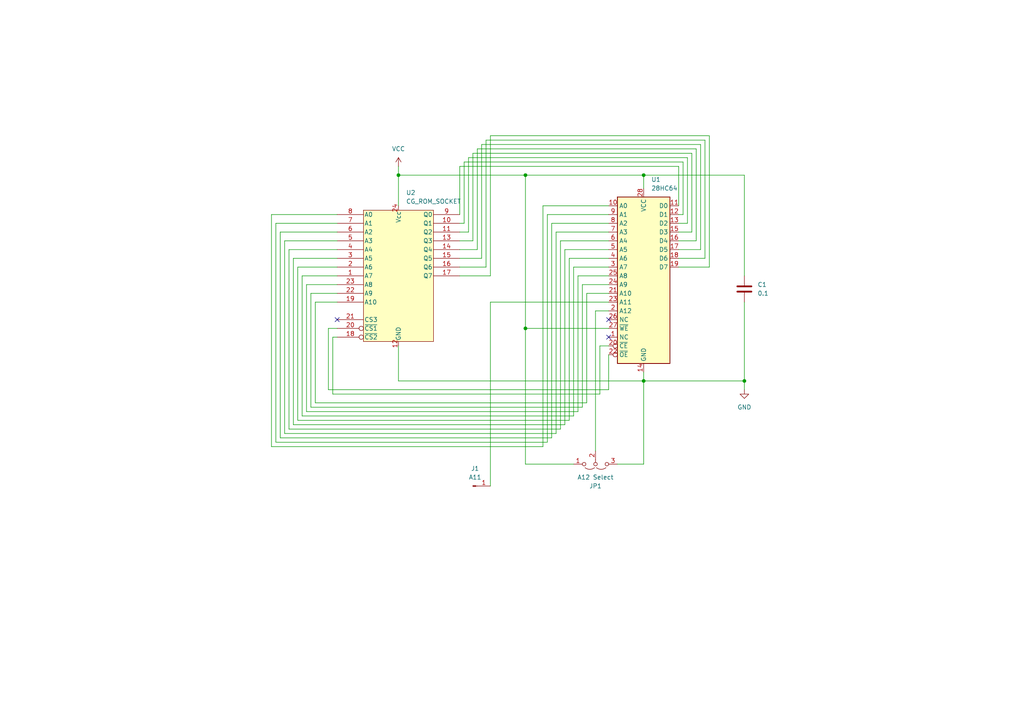
<source format=kicad_sch>
(kicad_sch (version 20231120) (generator "eeschema") (generator_version "8.0")
  (paper "A4")
  (lib_symbols
    (symbol "Connector:Conn_01x01_Pin" (pin_names (offset 1.016) hide)
      (property "Reference" "J" (at 0 2.54 0))
      (property "Value" "Conn_01x01_Pin" (at 0 -2.54 0))
      (symbol "Conn_01x01_Pin_1_1"
        (polyline (pts (xy 1.27 0) (xy 0.8636 0)) (stroke (width 0.1524)))
        (rectangle (start 0.8636 0.127) (end 0 -0.127) (stroke (width 0.1524)) (fill (type outline)))
        (pin passive line (at 5.08 0 180) (length 3.81) (name "Pin_1") (number "1"))
      )
    )
    (symbol "Device:C" (pin_numbers hide) (pin_names (offset 0.254))
      (property "Reference" "C" (at 0.635 2.54 0))
      (property "Value" "C" (at 0.635 -2.54 0))
      (symbol "C_0_1"
        (polyline (pts (xy -2.032 -0.762) (xy 2.032 -0.762)) (stroke (width 0.508)))
        (polyline (pts (xy -2.032 0.762) (xy 2.032 0.762)) (stroke (width 0.508)))
      )
      (symbol "C_1_1"
        (pin passive line (at 0 3.81 270) (length 2.794) (name "~") (number "1"))
        (pin passive line (at 0 -3.81 90) (length 2.794) (name "~") (number "2"))
      )
    )
    (symbol "Jumper:Jumper_3_Open" (pin_names (offset 0) hide)
      (property "Reference" "JP" (at -2.54 -2.54 0))
      (property "Value" "Jumper_3_Open" (at 0 2.794 0))
      (symbol "Jumper_3_Open_0_0"
        (circle (center -3.302 0) (radius 0.508))
        (circle (center 0 0) (radius 0.508))
        (circle (center 3.302 0) (radius 0.508))
      )
      (symbol "Jumper_3_Open_0_1"
        (arc (start -0.254 1.016) (mid -1.651 1.4992) (end -3.048 1.016))
        (polyline (pts (xy 0 -0.508) (xy 0 -1.27)))
        (arc (start 3.048 1.016) (mid 1.651 1.4992) (end 0.254 1.016))
      )
      (symbol "Jumper_3_Open_1_1"
        (pin passive line (at -6.35 0 0) (length 2.54) (name "A") (number "1"))
        (pin passive line (at 0 -3.81 90) (length 2.54) (name "C") (number "2"))
        (pin passive line (at 6.35 0 180) (length 2.54) (name "B") (number "3"))
      )
    )
    (symbol "Kao_Library:28HC64"
      (property "Reference" "U" (at -7.62 24.13 0))
      (property "Value" "28HC64" (at 2.54 -26.67 0))
      (symbol "28HC64_1_1"
        (rectangle (start -7.62 22.86) (end 7.62 -25.4) (stroke (width 0.254)) (fill (type background)))
        (pin input line (at -10.16 -17.78 0) (length 2.54) (name "NC") (number "1"))
        (pin input line (at -10.16 20.32 0) (length 2.54) (name "A0") (number "10"))
        (pin tri_state line (at 10.16 20.32 180) (length 2.54) (name "D0") (number "11"))
        (pin tri_state line (at 10.16 17.78 180) (length 2.54) (name "D1") (number "12"))
        (pin tri_state line (at 10.16 15.24 180) (length 2.54) (name "D2") (number "13"))
        (pin power_in line (at 0 -27.94 90) (length 2.54) (name "GND") (number "14"))
        (pin tri_state line (at 10.16 12.7 180) (length 2.54) (name "D3") (number "15"))
        (pin tri_state line (at 10.16 10.16 180) (length 2.54) (name "D4") (number "16"))
        (pin tri_state line (at 10.16 7.62 180) (length 2.54) (name "D5") (number "17"))
        (pin tri_state line (at 10.16 5.08 180) (length 2.54) (name "D6") (number "18"))
        (pin tri_state line (at 10.16 2.54 180) (length 2.54) (name "D7") (number "19"))
        (pin input line (at -10.16 -10.16 0) (length 2.54) (name "A12") (number "2"))
        (pin input inverted (at -10.16 -20.32 0) (length 2.54) (name "~{CE}") (number "20"))
        (pin input line (at -10.16 -5.08 0) (length 2.54) (name "A10") (number "21"))
        (pin input inverted (at -10.16 -22.86 0) (length 2.54) (name "~{OE}") (number "22"))
        (pin input line (at -10.16 -7.62 0) (length 2.54) (name "A11") (number "23"))
        (pin input line (at -10.16 -2.54 0) (length 2.54) (name "A9") (number "24"))
        (pin input line (at -10.16 0 0) (length 2.54) (name "A8") (number "25"))
        (pin input line (at -10.16 -12.7 0) (length 2.54) (name "NC") (number "26"))
        (pin input line (at -10.16 -15.24 0) (length 2.54) (name "~{WE}") (number "27"))
        (pin power_in line (at 0 25.4 270) (length 2.54) (name "VCC") (number "28"))
        (pin input line (at -10.16 2.54 0) (length 2.54) (name "A7") (number "3"))
        (pin input line (at -10.16 5.08 0) (length 2.54) (name "A6") (number "4"))
        (pin input line (at -10.16 7.62 0) (length 2.54) (name "A5") (number "5"))
        (pin input line (at -10.16 10.16 0) (length 2.54) (name "A4") (number "6"))
        (pin input line (at -10.16 12.7 0) (length 2.54) (name "A3") (number "7"))
        (pin input line (at -10.16 15.24 0) (length 2.54) (name "A2") (number "8"))
        (pin input line (at -10.16 17.78 0) (length 2.54) (name "A1") (number "9"))
      )
    )
    (symbol "Kao_Library:PET_CGROM_6316" (pin_names (offset 0.254))
      (property "Reference" "J1" (at 0 22.8895 0))
      (property "Value" "TO_PET_CGROM" (at 0 20.1144 0))
      (symbol "PET_CGROM_6316_0_0"
        (pin power_out line (at 0 -20.32 90) (length 1.27) (name "GND") (number "12"))
        (pin power_out line (at 0 20.32 270) (length 1.27) (name "Vcc") (number "24"))
      )
      (symbol "PET_CGROM_6316_0_1"
        (rectangle (start -10.16 19.05) (end 10.16 -19.05) (fill (type background)))
      )
      (symbol "PET_CGROM_6316_1_1"
        (pin output line (at -17.78 0 0) (length 7.62) (name "A7") (number "1"))
        (pin input line (at 17.78 15.24 180) (length 7.62) (name "Q1") (number "10"))
        (pin input line (at 17.78 12.7 180) (length 7.62) (name "Q2") (number "11"))
        (pin input line (at 17.78 10.16 180) (length 7.62) (name "Q3") (number "13"))
        (pin input line (at 17.78 7.62 180) (length 7.62) (name "Q4") (number "14"))
        (pin input line (at 17.78 5.08 180) (length 7.62) (name "Q5") (number "15"))
        (pin input line (at 17.78 2.54 180) (length 7.62) (name "Q6") (number "16"))
        (pin input line (at 17.78 0 180) (length 7.62) (name "Q7") (number "17"))
        (pin output inverted (at -17.78 -17.78 0) (length 7.62) (name "~{CS2}") (number "18"))
        (pin output line (at -17.78 -7.62 0) (length 7.62) (name "A10") (number "19"))
        (pin output line (at -17.78 2.54 0) (length 7.62) (name "A6") (number "2"))
        (pin output inverted (at -17.78 -15.24 0) (length 7.62) (name "~{CS1}") (number "20"))
        (pin output line (at -17.78 -12.7 0) (length 7.62) (name "CS3") (number "21"))
        (pin output line (at -17.78 -5.08 0) (length 7.62) (name "A9") (number "22"))
        (pin output line (at -17.78 -2.54 0) (length 7.62) (name "A8") (number "23"))
        (pin output line (at -17.78 5.08 0) (length 7.62) (name "A5") (number "3"))
        (pin output line (at -17.78 7.62 0) (length 7.62) (name "A4") (number "4"))
        (pin output line (at -17.78 10.16 0) (length 7.62) (name "A3") (number "5"))
        (pin output line (at -17.78 12.7 0) (length 7.62) (name "A2") (number "6"))
        (pin output line (at -17.78 15.24 0) (length 7.62) (name "A1") (number "7"))
        (pin output line (at -17.78 17.78 0) (length 7.62) (name "A0") (number "8"))
        (pin input line (at 17.78 17.78 180) (length 7.62) (name "Q0") (number "9"))
      )
    )
    (symbol "power:GND" (power) (pin_names (offset 0))
      (property "Value" "GND" (at 0 -3.81 0))
      (symbol "GND_0_1"
        (polyline (pts (xy 0 0) (xy 0 -1.27) (xy 1.27 -1.27) (xy 0 -2.54) (xy -1.27 -1.27) (xy 0 -1.27)))
      )
      (symbol "GND_1_1"
        (pin power_in line (at 0 0 270) (length 0) hide (name "GND") (number "1"))
      )
    )
    (symbol "power:VCC" (power) (pin_names (offset 0))
      (property "Value" "VCC" (at 0 3.81 0))
      (symbol "VCC_0_1"
        (polyline (pts (xy -0.762 1.27) (xy 0 2.54)))
        (polyline (pts (xy 0 0) (xy 0 2.54)))
        (polyline (pts (xy 0 2.54) (xy 0.762 1.27)))
      )
      (symbol "VCC_1_1"
        (pin power_in line (at 0 0 90) (length 0) hide (name "VCC") (number "1"))
      )
    )
  )
  (junction (at 115.57 50.8))
  (junction (at 186.69 50.8))
  (junction (at 186.69 110.49))
  (junction (at 152.4 95.25))
  (junction (at 215.9 110.49))
  (junction (at 152.4 50.8))
  (no_connect (at 176.53 97.79))
  (no_connect (at 176.53 92.71))
  (no_connect (at 97.79 92.71))
  (wire (pts (xy 196.85 62.23) (xy 198.12 62.23)))
  (wire (pts (xy 200.66 67.31) (xy 200.66 44.45)))
  (wire (pts (xy 176.53 85.09) (xy 170.18 85.09)))
  (wire (pts (xy 85.09 74.93) (xy 85.09 123.19)))
  (wire (pts (xy 139.7 74.93) (xy 133.35 74.93)))
  (wire (pts (xy 158.75 128.27) (xy 158.75 62.23)))
  (wire (pts (xy 173.99 100.33) (xy 176.53 100.33)))
  (wire (pts (xy 170.18 85.09) (xy 170.18 116.84)))
  (wire (pts (xy 200.66 44.45) (xy 137.16 44.45)))
  (wire (pts (xy 166.37 120.65) (xy 166.37 77.47)))
  (wire (pts (xy 205.74 39.37) (xy 142.24 39.37)))
  (wire (pts (xy 161.29 125.73) (xy 161.29 67.31)))
  (wire (pts (xy 167.64 80.01) (xy 167.64 119.38)))
  (wire (pts (xy 203.2 72.39) (xy 203.2 41.91)))
  (wire (pts (xy 133.35 67.31) (xy 135.89 67.31)))
  (wire (pts (xy 137.16 69.85) (xy 133.35 69.85)))
  (wire (pts (xy 133.35 48.26) (xy 196.85 48.26)))
  (wire (pts (xy 88.9 82.55) (xy 97.79 82.55)))
  (wire (pts (xy 133.35 62.23) (xy 133.35 48.26)))
  (wire (pts (xy 167.64 119.38) (xy 88.9 119.38)))
  (wire (pts (xy 196.85 64.77) (xy 199.39 64.77)))
  (wire (pts (xy 179.07 134.62) (xy 186.69 134.62)))
  (wire (pts (xy 152.4 95.25) (xy 152.4 50.8)))
  (wire (pts (xy 134.62 64.77) (xy 134.62 46.99)))
  (wire (pts (xy 87.63 80.01) (xy 87.63 120.65)))
  (wire (pts (xy 162.56 124.46) (xy 83.82 124.46)))
  (wire (pts (xy 88.9 119.38) (xy 88.9 82.55)))
  (wire (pts (xy 186.69 107.95) (xy 186.69 110.49)))
  (wire (pts (xy 215.9 113.03) (xy 215.9 110.49)))
  (wire (pts (xy 176.53 95.25) (xy 152.4 95.25)))
  (wire (pts (xy 142.24 80.01) (xy 133.35 80.01)))
  (wire (pts (xy 205.74 77.47) (xy 205.74 39.37)))
  (wire (pts (xy 115.57 48.26) (xy 115.57 50.8)))
  (wire (pts (xy 161.29 67.31) (xy 176.53 67.31)))
  (wire (pts (xy 173.99 114.3) (xy 96.52 114.3)))
  (wire (pts (xy 157.48 129.54) (xy 78.74 129.54)))
  (wire (pts (xy 135.89 45.72) (xy 199.39 45.72)))
  (wire (pts (xy 97.79 80.01) (xy 87.63 80.01)))
  (wire (pts (xy 170.18 116.84) (xy 91.44 116.84)))
  (wire (pts (xy 91.44 87.63) (xy 97.79 87.63)))
  (wire (pts (xy 115.57 59.69) (xy 115.57 50.8)))
  (wire (pts (xy 97.79 64.77) (xy 80.01 64.77)))
  (wire (pts (xy 176.53 64.77) (xy 160.02 64.77)))
  (wire (pts (xy 201.93 43.18) (xy 201.93 69.85)))
  (wire (pts (xy 86.36 121.92) (xy 86.36 77.47)))
  (wire (pts (xy 186.69 134.62) (xy 186.69 110.49)))
  (wire (pts (xy 204.47 40.64) (xy 204.47 74.93)))
  (wire (pts (xy 142.24 39.37) (xy 142.24 80.01)))
  (wire (pts (xy 186.69 50.8) (xy 186.69 54.61)))
  (wire (pts (xy 81.28 127) (xy 81.28 67.31)))
  (wire (pts (xy 139.7 41.91) (xy 139.7 74.93)))
  (wire (pts (xy 199.39 45.72) (xy 199.39 64.77)))
  (wire (pts (xy 82.55 69.85) (xy 82.55 125.73)))
  (wire (pts (xy 91.44 116.84) (xy 91.44 87.63)))
  (wire (pts (xy 152.4 134.62) (xy 152.4 95.25)))
  (wire (pts (xy 176.53 102.87) (xy 176.53 113.03)))
  (wire (pts (xy 85.09 123.19) (xy 163.83 123.19)))
  (wire (pts (xy 160.02 64.77) (xy 160.02 127)))
  (wire (pts (xy 142.24 87.63) (xy 142.24 140.97)))
  (wire (pts (xy 133.35 64.77) (xy 134.62 64.77)))
  (wire (pts (xy 168.91 82.55) (xy 176.53 82.55)))
  (wire (pts (xy 215.9 87.63) (xy 215.9 110.49)))
  (wire (pts (xy 90.17 85.09) (xy 90.17 118.11)))
  (wire (pts (xy 95.25 95.25) (xy 97.79 95.25)))
  (wire (pts (xy 172.72 90.17) (xy 172.72 130.81)))
  (wire (pts (xy 168.91 118.11) (xy 168.91 82.55)))
  (wire (pts (xy 115.57 50.8) (xy 152.4 50.8)))
  (wire (pts (xy 81.28 67.31) (xy 97.79 67.31)))
  (wire (pts (xy 162.56 69.85) (xy 162.56 124.46)))
  (wire (pts (xy 80.01 64.77) (xy 80.01 128.27)))
  (wire (pts (xy 176.53 80.01) (xy 167.64 80.01)))
  (wire (pts (xy 165.1 121.92) (xy 86.36 121.92)))
  (wire (pts (xy 204.47 74.93) (xy 196.85 74.93)))
  (wire (pts (xy 166.37 134.62) (xy 152.4 134.62)))
  (wire (pts (xy 133.35 77.47) (xy 140.97 77.47)))
  (wire (pts (xy 165.1 74.93) (xy 165.1 121.92)))
  (wire (pts (xy 215.9 110.49) (xy 186.69 110.49)))
  (wire (pts (xy 135.89 67.31) (xy 135.89 45.72)))
  (wire (pts (xy 173.99 100.33) (xy 173.99 114.3)))
  (wire (pts (xy 163.83 123.19) (xy 163.83 72.39)))
  (wire (pts (xy 176.53 59.69) (xy 157.48 59.69)))
  (wire (pts (xy 215.9 50.8) (xy 186.69 50.8)))
  (wire (pts (xy 196.85 77.47) (xy 205.74 77.47)))
  (wire (pts (xy 78.74 62.23) (xy 97.79 62.23)))
  (wire (pts (xy 176.53 69.85) (xy 162.56 69.85)))
  (wire (pts (xy 83.82 124.46) (xy 83.82 72.39)))
  (wire (pts (xy 97.79 85.09) (xy 90.17 85.09)))
  (wire (pts (xy 134.62 46.99) (xy 198.12 46.99)))
  (wire (pts (xy 157.48 59.69) (xy 157.48 129.54)))
  (wire (pts (xy 96.52 97.79) (xy 97.79 97.79)))
  (wire (pts (xy 140.97 77.47) (xy 140.97 40.64)))
  (wire (pts (xy 196.85 67.31) (xy 200.66 67.31)))
  (wire (pts (xy 97.79 74.93) (xy 85.09 74.93)))
  (wire (pts (xy 198.12 62.23) (xy 198.12 46.99)))
  (wire (pts (xy 83.82 72.39) (xy 97.79 72.39)))
  (wire (pts (xy 196.85 48.26) (xy 196.85 59.69)))
  (wire (pts (xy 138.43 43.18) (xy 201.93 43.18)))
  (wire (pts (xy 201.93 69.85) (xy 196.85 69.85)))
  (wire (pts (xy 87.63 120.65) (xy 166.37 120.65)))
  (wire (pts (xy 138.43 72.39) (xy 138.43 43.18)))
  (wire (pts (xy 152.4 50.8) (xy 186.69 50.8)))
  (wire (pts (xy 80.01 128.27) (xy 158.75 128.27)))
  (wire (pts (xy 203.2 41.91) (xy 139.7 41.91)))
  (wire (pts (xy 215.9 80.01) (xy 215.9 50.8)))
  (wire (pts (xy 137.16 44.45) (xy 137.16 69.85)))
  (wire (pts (xy 78.74 129.54) (xy 78.74 62.23)))
  (wire (pts (xy 166.37 77.47) (xy 176.53 77.47)))
  (wire (pts (xy 142.24 87.63) (xy 176.53 87.63)))
  (wire (pts (xy 86.36 77.47) (xy 97.79 77.47)))
  (wire (pts (xy 163.83 72.39) (xy 176.53 72.39)))
  (wire (pts (xy 133.35 72.39) (xy 138.43 72.39)))
  (wire (pts (xy 90.17 118.11) (xy 168.91 118.11)))
  (wire (pts (xy 96.52 114.3) (xy 96.52 97.79)))
  (wire (pts (xy 160.02 127) (xy 81.28 127)))
  (wire (pts (xy 115.57 110.49) (xy 186.69 110.49)))
  (wire (pts (xy 176.53 74.93) (xy 165.1 74.93)))
  (wire (pts (xy 97.79 69.85) (xy 82.55 69.85)))
  (wire (pts (xy 140.97 40.64) (xy 204.47 40.64)))
  (wire (pts (xy 82.55 125.73) (xy 161.29 125.73)))
  (wire (pts (xy 176.53 90.17) (xy 172.72 90.17)))
  (wire (pts (xy 196.85 72.39) (xy 203.2 72.39)))
  (wire (pts (xy 158.75 62.23) (xy 176.53 62.23)))
  (wire (pts (xy 115.57 110.49) (xy 115.57 100.33)))
  (wire (pts (xy 176.53 113.03) (xy 95.25 113.03)))
  (wire (pts (xy 95.25 113.03) (xy 95.25 95.25)))
  (symbol (lib_id "Kao_Library:PET_CGROM_6316") (at 115.57 80.01 0) (unit 1)
    (property "Reference" "U2" (at 117.7641 55.88 0) (effects (justify left)))
    (property "Value" "CG_ROM_SOCKET" (at 117.7641 58.42 0) (effects (justify left)))
    (property "Footprint" "Package_DIP:DIP-24_W15.24mm_Socket_LongPads" (effects (hide yes)))
  )
  (symbol (lib_id "Jumper:Jumper_3_Open") (at 172.72 134.62 0) (mirror x) (unit 1)
    (property "Reference" "JP1" (at 172.72 140.97 0))
    (property "Value" "A12 Select" (at 172.72 138.43 0))
    (property "Footprint" "Connector_PinHeader_2.54mm:PinHeader_1x03_P2.54mm_Vertical" (effects (hide yes)))
  )
  (symbol (lib_id "power:VCC") (at 115.57 48.26 0) (unit 1)
    (property "Reference" "#PWR01" (effects (hide yes)))
    (property "Value" "VCC" (at 115.57 43.18 0))
  )
  (symbol (lib_id "power:GND") (at 215.9 113.03 0) (unit 1)
    (property "Reference" "#PWR02" (effects (hide yes)))
    (property "Value" "GND" (at 215.9 118.11 0))
  )
  (symbol (lib_id "Device:C") (at 215.9 83.82 0) (unit 1)
    (property "Reference" "C1" (at 219.71 82.55 0) (effects (justify left)))
    (property "Value" "0.1" (at 219.71 85.09 0) (effects (justify left)))
    (property "Footprint" "Kao_Library:LargePad_R_Axial_DIN0204_L3.6mm_D1.6mm_P2.54mm_Vertical" (effects (hide yes)))
  )
  (symbol (lib_id "Kao_Library:28HC64") (at 186.69 80.01 0) (unit 1)
    (property "Reference" "U1" (at 188.8841 52.07 0) (effects (justify left)))
    (property "Value" "28HC64" (at 188.8841 54.61 0) (effects (justify left)))
    (property "Footprint" "Package_DIP:DIP-28_W15.24mm_Socket_LongPads" (effects (hide yes)))
  )
  (symbol (lib_id "Connector:Conn_01x01_Pin") (at 137.16 140.97 0) (unit 1)
    (property "Reference" "J1" (at 137.795 135.89 0))
    (property "Value" "A11" (at 137.795 138.43 0))
    (property "Footprint" "Connector_PinHeader_2.54mm:PinHeader_1x01_P2.54mm_Vertical" (effects (hide yes)))
  )
)
</source>
